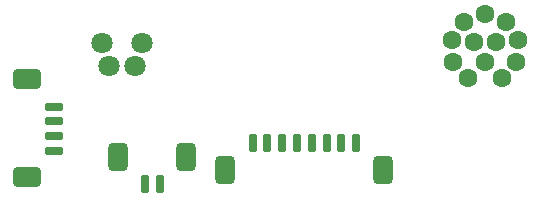
<source format=gbr>
%TF.GenerationSoftware,KiCad,Pcbnew,7.0.9*%
%TF.CreationDate,2024-04-07T02:27:09-04:00*%
%TF.ProjectId,rearbox_peripheral_io_bottom,72656172-626f-4785-9f70-657269706865,rev?*%
%TF.SameCoordinates,Original*%
%TF.FileFunction,Soldermask,Top*%
%TF.FilePolarity,Negative*%
%FSLAX46Y46*%
G04 Gerber Fmt 4.6, Leading zero omitted, Abs format (unit mm)*
G04 Created by KiCad (PCBNEW 7.0.9) date 2024-04-07 02:27:09*
%MOMM*%
%LPD*%
G01*
G04 APERTURE LIST*
G04 Aperture macros list*
%AMRoundRect*
0 Rectangle with rounded corners*
0 $1 Rounding radius*
0 $2 $3 $4 $5 $6 $7 $8 $9 X,Y pos of 4 corners*
0 Add a 4 corners polygon primitive as box body*
4,1,4,$2,$3,$4,$5,$6,$7,$8,$9,$2,$3,0*
0 Add four circle primitives for the rounded corners*
1,1,$1+$1,$2,$3*
1,1,$1+$1,$4,$5*
1,1,$1+$1,$6,$7*
1,1,$1+$1,$8,$9*
0 Add four rect primitives between the rounded corners*
20,1,$1+$1,$2,$3,$4,$5,0*
20,1,$1+$1,$4,$5,$6,$7,0*
20,1,$1+$1,$6,$7,$8,$9,0*
20,1,$1+$1,$8,$9,$2,$3,0*%
G04 Aperture macros list end*
%ADD10RoundRect,0.425000X-0.425000X-0.775000X0.425000X-0.775000X0.425000X0.775000X-0.425000X0.775000X0*%
%ADD11RoundRect,0.150000X-0.150000X-0.650000X0.150000X-0.650000X0.150000X0.650000X-0.150000X0.650000X0*%
%ADD12RoundRect,0.425000X0.775000X-0.425000X0.775000X0.425000X-0.775000X0.425000X-0.775000X-0.425000X0*%
%ADD13RoundRect,0.150000X0.650000X-0.150000X0.650000X0.150000X-0.650000X0.150000X-0.650000X-0.150000X0*%
%ADD14C,1.600000*%
%ADD15RoundRect,0.425000X0.425000X0.775000X-0.425000X0.775000X-0.425000X-0.775000X0.425000X-0.775000X0*%
%ADD16RoundRect,0.150000X0.150000X0.650000X-0.150000X0.650000X-0.150000X-0.650000X0.150000X-0.650000X0*%
%ADD17C,1.800000*%
G04 APERTURE END LIST*
D10*
%TO.C,J2*%
X61424500Y-77694500D03*
X67174500Y-77694500D03*
D11*
X64924500Y-79944500D03*
X63674500Y-79944500D03*
%TD*%
D12*
%TO.C,J4*%
X53691500Y-79398500D03*
X53691500Y-71048500D03*
D13*
X55941500Y-73398500D03*
X55941500Y-74648500D03*
X55941500Y-75898500D03*
X55941500Y-77148500D03*
%TD*%
D14*
%TO.C,J1*%
X91020130Y-71024150D03*
X93876198Y-71024109D03*
X95120143Y-69627500D03*
X95252692Y-67761762D03*
X94218525Y-66203148D03*
X92448158Y-65600214D03*
X90677790Y-66203148D03*
X89643624Y-67761762D03*
X89776172Y-69627500D03*
X92448158Y-69600116D03*
X93400785Y-67950119D03*
X91495530Y-67950119D03*
%TD*%
D15*
%TO.C,Input1*%
X83798500Y-78769500D03*
X70448500Y-78769500D03*
D16*
X72798500Y-76519500D03*
X74048500Y-76519500D03*
X75298500Y-76519500D03*
X76548500Y-76519500D03*
X77798500Y-76519500D03*
X79048500Y-76519500D03*
X80298500Y-76519500D03*
X81548500Y-76519500D03*
%TD*%
D17*
%TO.C,J3*%
X60031395Y-67999322D03*
X60656489Y-69949321D03*
X63431439Y-67999322D03*
X62806416Y-69949321D03*
%TD*%
M02*

</source>
